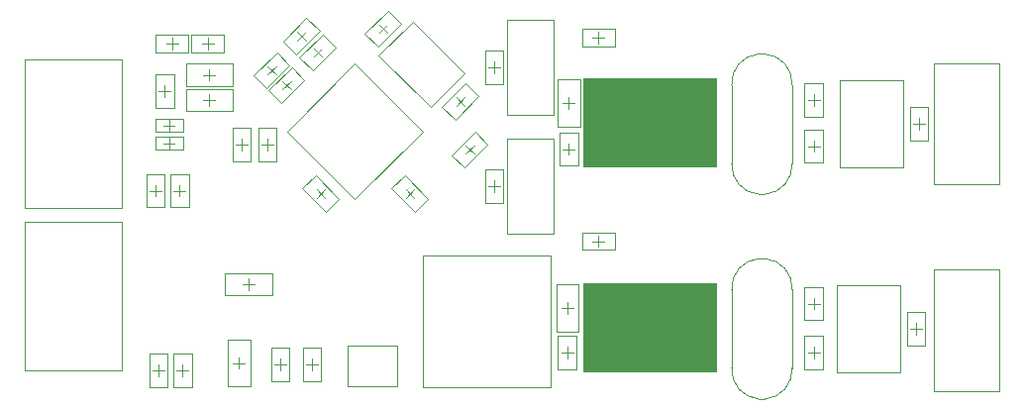
<source format=gbr>
%TF.GenerationSoftware,Altium Limited,Altium Designer,22.1.2 (22)*%
G04 Layer_Color=32768*
%FSLAX44Y44*%
%MOMM*%
%TF.SameCoordinates,D2A5B157-11BA-4D30-A4C3-CA4352B12235*%
%TF.FilePolarity,Positive*%
%TF.FileFunction,Other,Mechanical_15*%
%TF.Part,Single*%
G01*
G75*
%TA.AperFunction,NonConductor*%
%ADD53C,0.0500*%
%ADD75C,0.1000*%
G36*
X868680Y955010D02*
X754336D01*
Y1031240D01*
X868680D01*
Y955010D01*
D02*
G37*
G36*
Y1130270D02*
X754336D01*
Y1206500D01*
X868680D01*
Y1130270D01*
D02*
G37*
D53*
X904139Y1051861D02*
G03*
X880989Y1025229I1741J-24891D01*
G01*
Y958511D02*
G03*
X904139Y931879I24891J-1741D01*
G01*
X909420D02*
G03*
X932571Y958511I-1741J24891D01*
G01*
Y1025229D02*
G03*
X909420Y1051861I-24891J1741D01*
G01*
X904139Y1226851D02*
G03*
X880989Y1200219I1741J-24891D01*
G01*
Y1133501D02*
G03*
X904139Y1106869I24891J-1741D01*
G01*
X909420D02*
G03*
X932571Y1133501I-1741J24891D01*
G01*
Y1200219D02*
G03*
X909420Y1226851I-24891J1741D01*
G01*
X500605Y1160780D02*
X558800Y1218975D01*
Y1102585D02*
X616995Y1160780D01*
X500605D02*
X558800Y1102585D01*
Y1218975D02*
X616995Y1160780D01*
X276500Y1083700D02*
X359500D01*
X276500Y956300D02*
Y1083700D01*
X359500Y956300D02*
Y1083700D01*
X276500Y956300D02*
X359500D01*
X276860Y1222260D02*
X359860D01*
X276860Y1094860D02*
Y1222260D01*
X359860Y1094860D02*
Y1222260D01*
X276860Y1094860D02*
X359860D01*
X880980Y958370D02*
Y1025370D01*
X904280Y931870D02*
X909280D01*
X932580Y958370D02*
Y1025370D01*
X904280Y1051870D02*
X909280D01*
X1109940Y938600D02*
Y1042600D01*
X1054140D02*
X1109940D01*
X1054140Y938600D02*
Y1042600D01*
Y938600D02*
X1109940D01*
X971220Y1028970D02*
X1025220D01*
X971220Y954770D02*
X1025220D01*
Y1028970D01*
X971220Y954770D02*
Y1028970D01*
X688660Y1073290D02*
Y1154290D01*
X728660D01*
Y1073290D02*
Y1154290D01*
X688660Y1073290D02*
X728660D01*
X579180Y1225708D02*
X608172Y1254699D01*
X579180Y1225708D02*
X623728Y1181161D01*
X652719Y1210152D01*
X608172Y1254699D02*
X652719Y1210152D01*
X688660Y1174890D02*
Y1255890D01*
X728660D01*
Y1174890D02*
Y1255890D01*
X688660Y1174890D02*
X728660D01*
X880980Y1133360D02*
Y1200360D01*
X904280Y1106860D02*
X909280D01*
X932580Y1133360D02*
Y1200360D01*
X904280Y1226860D02*
X909280D01*
X973760Y1204230D02*
X1027760D01*
X973760Y1130030D02*
X1027760D01*
Y1204230D01*
X973760Y1130030D02*
Y1204230D01*
X1109940Y1115130D02*
Y1219130D01*
X1054140D02*
X1109940D01*
X1054140Y1115130D02*
Y1219130D01*
Y1115130D02*
X1109940D01*
X617330Y942220D02*
X726330D01*
Y1054220D01*
X617330D02*
X726330D01*
X617330Y942220D02*
Y1054220D01*
X552990Y942620D02*
X595090D01*
Y977620D01*
X552990D02*
X595090D01*
X552990Y942620D02*
Y977620D01*
D75*
X517323Y1257616D02*
X528636Y1246303D01*
X497524Y1237817D02*
X508837Y1226504D01*
X528636Y1246303D01*
X497524Y1237817D02*
X517323Y1257616D01*
X509544Y1238524D02*
X516616Y1245595D01*
X509544D02*
X516616Y1238524D01*
X767080Y1061800D02*
Y1071800D01*
X762080Y1066800D02*
X772080D01*
X753080Y1059300D02*
X781080D01*
X753080Y1074300D02*
X781080D01*
Y1059300D02*
Y1074300D01*
X753080Y1059300D02*
Y1074300D01*
X1033860Y991870D02*
X1043860D01*
X1038860Y986870D02*
Y996870D01*
X1031360Y977870D02*
Y1005870D01*
X1046360Y977870D02*
Y1005870D01*
X1031360Y977870D02*
X1046360D01*
X1031360Y1005870D02*
X1046360D01*
X946230Y1013460D02*
X956230D01*
X951230Y1008460D02*
Y1018460D01*
X959230Y999460D02*
Y1027460D01*
X943230Y999460D02*
Y1027460D01*
X959230D01*
X943230Y999460D02*
X959230D01*
X946230Y971550D02*
X956230D01*
X951230Y966550D02*
Y976550D01*
X943230Y957550D02*
Y985550D01*
X959230Y957550D02*
Y985550D01*
X943230Y957550D02*
X959230D01*
X943230Y985550D02*
X959230D01*
X735410Y971550D02*
X745410D01*
X740410Y966550D02*
Y976550D01*
X732410Y957550D02*
Y985550D01*
X748410Y957550D02*
Y985550D01*
X732410Y957550D02*
X748410D01*
X732410Y985550D02*
X748410D01*
X735410Y1009650D02*
X745410D01*
X740410Y1004650D02*
Y1014650D01*
X730910Y989650D02*
Y1029650D01*
X749910Y989650D02*
Y1029650D01*
X730910Y989650D02*
X749910D01*
X730910Y1029650D02*
X749910D01*
X736680Y1184910D02*
X746680D01*
X741680Y1179910D02*
Y1189910D01*
X732180Y1164910D02*
Y1204910D01*
X751180Y1164910D02*
Y1204910D01*
X732180Y1164910D02*
X751180D01*
X732180Y1204910D02*
X751180D01*
X736680Y1145540D02*
X746680D01*
X741680Y1140540D02*
Y1150540D01*
X733680Y1131540D02*
Y1159540D01*
X749680Y1131540D02*
Y1159540D01*
X733680Y1131540D02*
X749680D01*
X733680Y1159540D02*
X749680D01*
X673180Y1113790D02*
X683180D01*
X678180Y1108790D02*
Y1118790D01*
X670680Y1099790D02*
Y1127790D01*
X685680Y1099790D02*
Y1127790D01*
X670680Y1099790D02*
X685680D01*
X670680Y1127790D02*
X685680D01*
X496844Y1203686D02*
X503916Y1196615D01*
X496844Y1196615D02*
X503916Y1203686D01*
X495784Y1184947D02*
X515583Y1204746D01*
X485177Y1195554D02*
X504976Y1215353D01*
X515583Y1204746D01*
X485177Y1195554D02*
X495784Y1184947D01*
X484145Y1216386D02*
X491216Y1209314D01*
X484145Y1209314D02*
X491216Y1216386D01*
X483084Y1197647D02*
X502883Y1217446D01*
X472477Y1208254D02*
X492276Y1228053D01*
X502883Y1217446D01*
X472477Y1208254D02*
X483084Y1197647D01*
X523515Y1231626D02*
X530586Y1224554D01*
X523515Y1224554D02*
X530586Y1231626D01*
X511494Y1223847D02*
X531293Y1243646D01*
X522807Y1212534D02*
X542606Y1232333D01*
X511494Y1223847D02*
X522807Y1212534D01*
X531293Y1243646D02*
X542606Y1232333D01*
X526054Y1103904D02*
X533125Y1110975D01*
X526054D02*
X533125Y1103904D01*
X525347Y1122996D02*
X545146Y1103197D01*
X514034Y1111683D02*
X533833Y1091884D01*
X514034Y1111683D02*
X525347Y1122996D01*
X533833Y1091884D02*
X545146Y1103197D01*
X602254Y1103904D02*
X609325Y1110975D01*
X602254D02*
X609325Y1103904D01*
X601547Y1122996D02*
X621346Y1103197D01*
X590234Y1111683D02*
X610033Y1091884D01*
X590234Y1111683D02*
X601547Y1122996D01*
X610033Y1091884D02*
X621346Y1103197D01*
X653465Y1148536D02*
X660536Y1141464D01*
X653465D02*
X660536Y1148536D01*
X641797Y1140404D02*
X661596Y1160203D01*
X652404Y1129797D02*
X672203Y1149596D01*
X641797Y1140404D02*
X652404Y1129797D01*
X661596Y1160203D02*
X672203Y1149596D01*
X579394Y1251945D02*
X586466Y1244874D01*
X579394Y1244874D02*
X586466Y1251945D01*
X567374Y1244167D02*
X587173Y1263966D01*
X578687Y1232854D02*
X598486Y1252653D01*
X567374Y1244167D02*
X578687Y1232854D01*
X587173Y1263966D02*
X598486Y1252653D01*
X645434Y1189716D02*
X652505Y1182645D01*
X645434D02*
X652505Y1189716D01*
X644727Y1170624D02*
X664526Y1190423D01*
X633414Y1181937D02*
X653213Y1201736D01*
X664526Y1190423D01*
X633414Y1181937D02*
X644727Y1170624D01*
X673180Y1215390D02*
X683180D01*
X678180Y1210390D02*
Y1220390D01*
X670680Y1201390D02*
Y1229390D01*
X685680Y1201390D02*
Y1229390D01*
X670680Y1201390D02*
X685680D01*
X670680Y1229390D02*
X685680D01*
X946230Y1187450D02*
X956230D01*
X951230Y1182450D02*
Y1192450D01*
X959230Y1173450D02*
Y1201450D01*
X943230Y1173450D02*
Y1201450D01*
X959230D01*
X943230Y1173450D02*
X959230D01*
X946230Y1148080D02*
X956230D01*
X951230Y1143080D02*
Y1153080D01*
X943230Y1134080D02*
Y1162080D01*
X959230Y1134080D02*
Y1162080D01*
X943230Y1134080D02*
X959230D01*
X943230Y1162080D02*
X959230D01*
X1036400Y1167130D02*
X1046400D01*
X1041400Y1162130D02*
Y1172130D01*
X1033900Y1153130D02*
Y1181130D01*
X1048900Y1153130D02*
Y1181130D01*
X1033900Y1153130D02*
X1048900D01*
X1033900Y1181130D02*
X1048900D01*
X434340Y1204040D02*
Y1214040D01*
X429340Y1209040D02*
X439340D01*
X414340Y1218540D02*
X454340D01*
X414340Y1199540D02*
X454340D01*
X414340D02*
Y1218540D01*
X454340Y1199540D02*
Y1218540D01*
X400050Y1161110D02*
Y1170610D01*
X395300Y1165860D02*
X404800D01*
X388050Y1171360D02*
X412050D01*
X388050Y1160360D02*
X412050D01*
X388050D02*
Y1171360D01*
X412050Y1160360D02*
Y1171360D01*
X400050Y1145870D02*
Y1155370D01*
X395300Y1150620D02*
X404800D01*
X388050Y1156120D02*
X412050D01*
X388050Y1145120D02*
X412050D01*
X388050D02*
Y1156120D01*
X412050Y1145120D02*
Y1156120D01*
X383620Y1109980D02*
X393620D01*
X388620Y1104980D02*
Y1114980D01*
X381120Y1095980D02*
Y1123980D01*
X396120Y1095980D02*
Y1123980D01*
X381120Y1095980D02*
X396120D01*
X381120Y1123980D02*
X396120D01*
X403940Y1109980D02*
X413940D01*
X408940Y1104980D02*
Y1114980D01*
X416940Y1095980D02*
Y1123980D01*
X400940Y1095980D02*
Y1123980D01*
X416940D01*
X400940Y1095980D02*
X416940D01*
X478870Y1149350D02*
X488870D01*
X483870Y1144350D02*
Y1154350D01*
X491370Y1163350D02*
X491370Y1135350D01*
X476370D02*
Y1163350D01*
X491370D01*
X476370Y1135350D02*
X491370D01*
X457280Y1149350D02*
X467280D01*
X462280Y1144350D02*
Y1154350D01*
X469780Y1163350D02*
X469780Y1135350D01*
X454780D02*
Y1163350D01*
X469780D01*
X454780Y1135350D02*
X469780D01*
X434340Y1182450D02*
Y1192450D01*
X429340Y1187450D02*
X439340D01*
X414340Y1177950D02*
X454340D01*
X414340Y1196950D02*
X454340D01*
Y1177950D02*
Y1196950D01*
X414340Y1177950D02*
Y1196950D01*
X433070Y1230710D02*
Y1240710D01*
X428070Y1235710D02*
X438070D01*
X419070Y1243210D02*
X447070D01*
X419070Y1228210D02*
X447070D01*
X419070D02*
Y1243210D01*
X447070Y1228210D02*
Y1243210D01*
X516970Y961390D02*
X526970D01*
X521970Y956390D02*
Y966390D01*
X514470Y947390D02*
Y975390D01*
X529470Y947390D02*
Y975390D01*
X514470Y947390D02*
X529470D01*
X514470Y975390D02*
X529470D01*
X490300Y961390D02*
X500300D01*
X495300Y956390D02*
Y966390D01*
X487800Y947390D02*
Y975390D01*
X502800Y947390D02*
Y975390D01*
X487800Y947390D02*
X502800D01*
X487800Y975390D02*
X502800D01*
X450240Y982660D02*
X469240D01*
X450240Y942660D02*
X469240D01*
Y982660D01*
X450240Y942660D02*
Y982660D01*
X459740Y957660D02*
Y967660D01*
X454740Y962660D02*
X464740D01*
X406480Y956310D02*
X416480D01*
X411480Y951310D02*
Y961310D01*
X403480Y942310D02*
Y970310D01*
X419480Y942310D02*
Y970310D01*
X403480Y942310D02*
X419480D01*
X403480Y970310D02*
X419480D01*
X386160Y956310D02*
X396160D01*
X391160Y951310D02*
Y961310D01*
X398660Y942310D02*
Y970310D01*
X383660Y942310D02*
Y970310D01*
X398660D01*
X383660Y942310D02*
X398660D01*
X448000Y1020500D02*
Y1039500D01*
X488000Y1020500D02*
Y1039500D01*
X448000D02*
X488000D01*
X448000Y1020500D02*
X488000D01*
X463000Y1030000D02*
X473000D01*
X468000Y1025000D02*
Y1035000D01*
X391240Y1195070D02*
X401240D01*
X396240Y1190070D02*
Y1200070D01*
X388240Y1181070D02*
Y1209070D01*
X404240Y1181070D02*
Y1209070D01*
X388240Y1181070D02*
X404240D01*
X388240Y1209070D02*
X404240D01*
X402590Y1230710D02*
Y1240710D01*
X397590Y1235710D02*
X407590D01*
X388590Y1243210D02*
X416590D01*
X388590Y1228210D02*
X416590D01*
X388590D02*
Y1243210D01*
X416590Y1228210D02*
Y1243210D01*
X767080Y1235790D02*
Y1245790D01*
X762080Y1240790D02*
X772080D01*
X753080Y1233290D02*
X781080D01*
X753080Y1248290D02*
X781080D01*
Y1233290D02*
Y1248290D01*
X753080Y1233290D02*
Y1248290D01*
%TF.MD5,573b183919fa68252f4131bae8644be5*%
M02*

</source>
